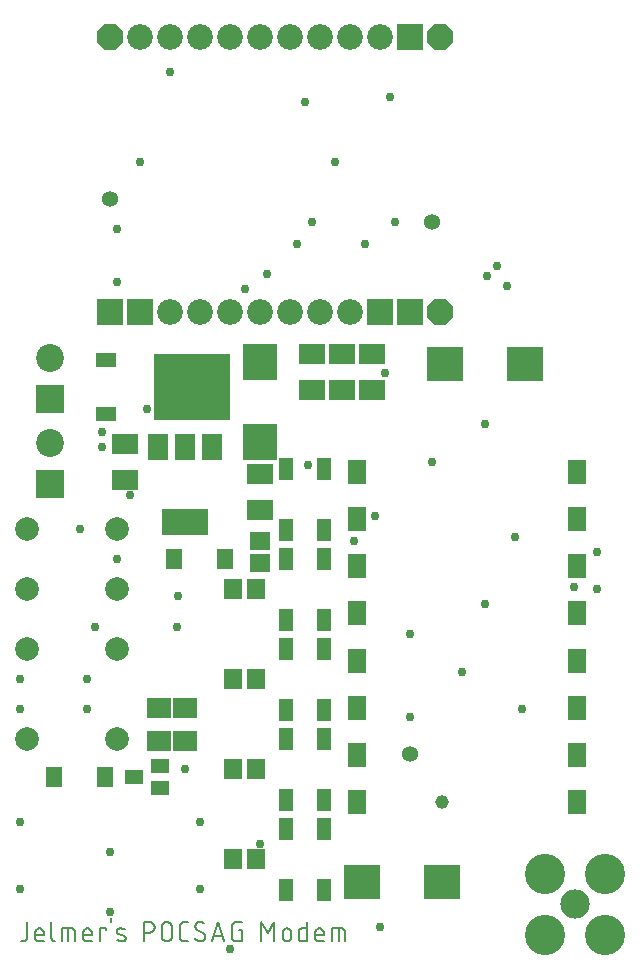
<source format=gbr>
G04 EAGLE Gerber RS-274X export*
G75*
%MOMM*%
%FSLAX34Y34*%
%LPD*%
%INSoldermask Top*%
%IPPOS*%
%AMOC8*
5,1,8,0,0,1.08239X$1,22.5*%
G01*
%ADD10C,0.152400*%
%ADD11R,2.203200X1.703200*%
%ADD12R,3.153200X2.903200*%
%ADD13R,1.503200X1.703200*%
%ADD14R,1.703200X1.503200*%
%ADD15R,2.903200X3.153200*%
%ADD16R,1.473200X1.673200*%
%ADD17R,1.203200X1.854200*%
%ADD18R,1.703200X2.203200*%
%ADD19R,4.003200X2.203200*%
%ADD20R,2.183200X2.183200*%
%ADD21C,2.183200*%
%ADD22P,2.363074X8X22.500000*%
%ADD23R,6.403200X5.603200*%
%ADD24R,1.803200X1.203200*%
%ADD25R,2.363200X2.363200*%
%ADD26C,2.363200*%
%ADD27C,2.003200*%
%ADD28R,2.006200X1.803200*%
%ADD29R,1.603200X1.203200*%
%ADD30R,1.603200X2.003200*%
%ADD31C,2.489200*%
%ADD32C,3.403600*%
%ADD33C,1.355600*%
%ADD34C,0.755600*%
%ADD35C,1.155600*%


D10*
X25231Y36068D02*
X25231Y23424D01*
X25230Y23424D02*
X25228Y23306D01*
X25222Y23188D01*
X25213Y23070D01*
X25199Y22953D01*
X25182Y22836D01*
X25161Y22719D01*
X25136Y22604D01*
X25107Y22489D01*
X25074Y22375D01*
X25038Y22263D01*
X24998Y22152D01*
X24955Y22042D01*
X24908Y21933D01*
X24858Y21826D01*
X24803Y21721D01*
X24746Y21618D01*
X24685Y21517D01*
X24621Y21417D01*
X24554Y21320D01*
X24484Y21225D01*
X24410Y21133D01*
X24334Y21042D01*
X24254Y20955D01*
X24172Y20870D01*
X24087Y20788D01*
X24000Y20708D01*
X23909Y20632D01*
X23817Y20558D01*
X23722Y20488D01*
X23625Y20421D01*
X23525Y20357D01*
X23424Y20296D01*
X23321Y20239D01*
X23216Y20184D01*
X23109Y20134D01*
X23000Y20087D01*
X22890Y20044D01*
X22779Y20004D01*
X22667Y19968D01*
X22553Y19935D01*
X22438Y19906D01*
X22323Y19881D01*
X22206Y19860D01*
X22089Y19843D01*
X21972Y19829D01*
X21854Y19820D01*
X21736Y19814D01*
X21618Y19812D01*
X19812Y19812D01*
X34868Y19812D02*
X39384Y19812D01*
X34868Y19812D02*
X34767Y19814D01*
X34666Y19820D01*
X34565Y19829D01*
X34464Y19842D01*
X34364Y19859D01*
X34265Y19880D01*
X34167Y19904D01*
X34070Y19932D01*
X33973Y19964D01*
X33878Y19999D01*
X33785Y20038D01*
X33693Y20080D01*
X33602Y20126D01*
X33514Y20175D01*
X33427Y20227D01*
X33342Y20283D01*
X33259Y20341D01*
X33179Y20403D01*
X33101Y20468D01*
X33025Y20535D01*
X32952Y20605D01*
X32882Y20678D01*
X32815Y20754D01*
X32750Y20832D01*
X32688Y20912D01*
X32630Y20995D01*
X32574Y21080D01*
X32522Y21166D01*
X32473Y21255D01*
X32427Y21346D01*
X32385Y21438D01*
X32346Y21531D01*
X32311Y21626D01*
X32279Y21723D01*
X32251Y21820D01*
X32227Y21918D01*
X32206Y22017D01*
X32189Y22117D01*
X32176Y22218D01*
X32167Y22319D01*
X32161Y22420D01*
X32159Y22521D01*
X32159Y27037D01*
X32161Y27156D01*
X32167Y27276D01*
X32177Y27395D01*
X32191Y27513D01*
X32208Y27632D01*
X32230Y27749D01*
X32255Y27866D01*
X32285Y27981D01*
X32318Y28096D01*
X32355Y28210D01*
X32395Y28322D01*
X32440Y28433D01*
X32488Y28542D01*
X32539Y28650D01*
X32594Y28756D01*
X32653Y28860D01*
X32715Y28962D01*
X32780Y29062D01*
X32849Y29160D01*
X32921Y29256D01*
X32996Y29349D01*
X33073Y29439D01*
X33154Y29527D01*
X33238Y29612D01*
X33325Y29694D01*
X33414Y29774D01*
X33506Y29850D01*
X33600Y29924D01*
X33697Y29994D01*
X33795Y30061D01*
X33896Y30125D01*
X34000Y30185D01*
X34105Y30242D01*
X34212Y30295D01*
X34320Y30345D01*
X34430Y30391D01*
X34542Y30433D01*
X34655Y30472D01*
X34769Y30507D01*
X34884Y30538D01*
X35001Y30566D01*
X35118Y30589D01*
X35235Y30609D01*
X35354Y30625D01*
X35473Y30637D01*
X35592Y30645D01*
X35711Y30649D01*
X35831Y30649D01*
X35950Y30645D01*
X36069Y30637D01*
X36188Y30625D01*
X36307Y30609D01*
X36424Y30589D01*
X36541Y30566D01*
X36658Y30538D01*
X36773Y30507D01*
X36887Y30472D01*
X37000Y30433D01*
X37112Y30391D01*
X37222Y30345D01*
X37330Y30295D01*
X37437Y30242D01*
X37542Y30185D01*
X37646Y30125D01*
X37747Y30061D01*
X37845Y29994D01*
X37942Y29924D01*
X38036Y29850D01*
X38128Y29774D01*
X38217Y29694D01*
X38304Y29612D01*
X38388Y29527D01*
X38469Y29439D01*
X38546Y29349D01*
X38621Y29256D01*
X38693Y29160D01*
X38762Y29062D01*
X38827Y28962D01*
X38889Y28860D01*
X38948Y28756D01*
X39003Y28650D01*
X39054Y28542D01*
X39102Y28433D01*
X39147Y28322D01*
X39187Y28210D01*
X39224Y28096D01*
X39257Y27981D01*
X39287Y27866D01*
X39312Y27749D01*
X39334Y27632D01*
X39351Y27513D01*
X39365Y27395D01*
X39375Y27276D01*
X39381Y27156D01*
X39383Y27037D01*
X39384Y27037D02*
X39384Y25231D01*
X32159Y25231D01*
X45943Y22521D02*
X45943Y36068D01*
X45943Y22521D02*
X45945Y22420D01*
X45951Y22319D01*
X45960Y22218D01*
X45973Y22117D01*
X45990Y22017D01*
X46011Y21918D01*
X46035Y21820D01*
X46063Y21723D01*
X46095Y21626D01*
X46130Y21531D01*
X46169Y21438D01*
X46211Y21346D01*
X46257Y21255D01*
X46306Y21166D01*
X46358Y21080D01*
X46414Y20995D01*
X46472Y20912D01*
X46534Y20832D01*
X46599Y20754D01*
X46666Y20678D01*
X46736Y20605D01*
X46809Y20535D01*
X46885Y20468D01*
X46963Y20403D01*
X47043Y20341D01*
X47126Y20283D01*
X47211Y20227D01*
X47298Y20175D01*
X47386Y20126D01*
X47477Y20080D01*
X47569Y20038D01*
X47662Y19999D01*
X47757Y19964D01*
X47854Y19932D01*
X47951Y19904D01*
X48049Y19880D01*
X48148Y19859D01*
X48248Y19842D01*
X48349Y19829D01*
X48450Y19820D01*
X48551Y19814D01*
X48652Y19812D01*
X54841Y19812D02*
X54841Y30649D01*
X62969Y30649D01*
X63070Y30647D01*
X63171Y30641D01*
X63272Y30632D01*
X63373Y30619D01*
X63473Y30602D01*
X63572Y30581D01*
X63670Y30557D01*
X63767Y30529D01*
X63864Y30497D01*
X63959Y30462D01*
X64052Y30423D01*
X64144Y30381D01*
X64235Y30335D01*
X64324Y30286D01*
X64410Y30234D01*
X64495Y30178D01*
X64578Y30120D01*
X64658Y30058D01*
X64736Y29993D01*
X64812Y29926D01*
X64885Y29856D01*
X64955Y29783D01*
X65022Y29707D01*
X65087Y29629D01*
X65149Y29549D01*
X65207Y29466D01*
X65263Y29381D01*
X65315Y29295D01*
X65364Y29206D01*
X65410Y29115D01*
X65452Y29023D01*
X65491Y28930D01*
X65526Y28835D01*
X65558Y28738D01*
X65586Y28641D01*
X65610Y28543D01*
X65631Y28444D01*
X65648Y28344D01*
X65661Y28243D01*
X65670Y28142D01*
X65676Y28041D01*
X65678Y27940D01*
X65679Y27940D02*
X65679Y19812D01*
X60260Y19812D02*
X60260Y30649D01*
X75509Y19812D02*
X80025Y19812D01*
X75509Y19812D02*
X75408Y19814D01*
X75307Y19820D01*
X75206Y19829D01*
X75105Y19842D01*
X75005Y19859D01*
X74906Y19880D01*
X74808Y19904D01*
X74711Y19932D01*
X74614Y19964D01*
X74519Y19999D01*
X74426Y20038D01*
X74334Y20080D01*
X74243Y20126D01*
X74155Y20175D01*
X74068Y20227D01*
X73983Y20283D01*
X73900Y20341D01*
X73820Y20403D01*
X73742Y20468D01*
X73666Y20535D01*
X73593Y20605D01*
X73523Y20678D01*
X73456Y20754D01*
X73391Y20832D01*
X73329Y20912D01*
X73271Y20995D01*
X73215Y21080D01*
X73163Y21166D01*
X73114Y21255D01*
X73068Y21346D01*
X73026Y21438D01*
X72987Y21531D01*
X72952Y21626D01*
X72920Y21723D01*
X72892Y21820D01*
X72868Y21918D01*
X72847Y22017D01*
X72830Y22117D01*
X72817Y22218D01*
X72808Y22319D01*
X72802Y22420D01*
X72800Y22521D01*
X72800Y27037D01*
X72802Y27156D01*
X72808Y27276D01*
X72818Y27395D01*
X72832Y27513D01*
X72849Y27632D01*
X72871Y27749D01*
X72896Y27866D01*
X72926Y27981D01*
X72959Y28096D01*
X72996Y28210D01*
X73036Y28322D01*
X73081Y28433D01*
X73129Y28542D01*
X73180Y28650D01*
X73235Y28756D01*
X73294Y28860D01*
X73356Y28962D01*
X73421Y29062D01*
X73490Y29160D01*
X73562Y29256D01*
X73637Y29349D01*
X73714Y29439D01*
X73795Y29527D01*
X73879Y29612D01*
X73966Y29694D01*
X74055Y29774D01*
X74147Y29850D01*
X74241Y29924D01*
X74338Y29994D01*
X74436Y30061D01*
X74537Y30125D01*
X74641Y30185D01*
X74746Y30242D01*
X74853Y30295D01*
X74961Y30345D01*
X75071Y30391D01*
X75183Y30433D01*
X75296Y30472D01*
X75410Y30507D01*
X75525Y30538D01*
X75642Y30566D01*
X75759Y30589D01*
X75876Y30609D01*
X75995Y30625D01*
X76114Y30637D01*
X76233Y30645D01*
X76352Y30649D01*
X76472Y30649D01*
X76591Y30645D01*
X76710Y30637D01*
X76829Y30625D01*
X76948Y30609D01*
X77065Y30589D01*
X77182Y30566D01*
X77299Y30538D01*
X77414Y30507D01*
X77528Y30472D01*
X77641Y30433D01*
X77753Y30391D01*
X77863Y30345D01*
X77971Y30295D01*
X78078Y30242D01*
X78183Y30185D01*
X78287Y30125D01*
X78388Y30061D01*
X78486Y29994D01*
X78583Y29924D01*
X78677Y29850D01*
X78769Y29774D01*
X78858Y29694D01*
X78945Y29612D01*
X79029Y29527D01*
X79110Y29439D01*
X79187Y29349D01*
X79262Y29256D01*
X79334Y29160D01*
X79403Y29062D01*
X79468Y28962D01*
X79530Y28860D01*
X79589Y28756D01*
X79644Y28650D01*
X79695Y28542D01*
X79743Y28433D01*
X79788Y28322D01*
X79828Y28210D01*
X79865Y28096D01*
X79898Y27981D01*
X79928Y27866D01*
X79953Y27749D01*
X79975Y27632D01*
X79992Y27513D01*
X80006Y27395D01*
X80016Y27276D01*
X80022Y27156D01*
X80024Y27037D01*
X80025Y27037D02*
X80025Y25231D01*
X72800Y25231D01*
X86953Y19812D02*
X86953Y30649D01*
X92372Y30649D01*
X92372Y28843D01*
X96212Y36068D02*
X96212Y39680D01*
X102812Y26134D02*
X107327Y24328D01*
X102812Y26134D02*
X102724Y26171D01*
X102638Y26212D01*
X102553Y26256D01*
X102470Y26304D01*
X102390Y26355D01*
X102311Y26409D01*
X102235Y26467D01*
X102161Y26527D01*
X102089Y26591D01*
X102021Y26657D01*
X101955Y26727D01*
X101892Y26798D01*
X101831Y26873D01*
X101774Y26949D01*
X101721Y27028D01*
X101670Y27109D01*
X101623Y27192D01*
X101579Y27277D01*
X101539Y27364D01*
X101502Y27452D01*
X101469Y27542D01*
X101439Y27633D01*
X101414Y27725D01*
X101392Y27818D01*
X101374Y27912D01*
X101359Y28006D01*
X101349Y28101D01*
X101343Y28197D01*
X101340Y28292D01*
X101341Y28388D01*
X101347Y28483D01*
X101356Y28579D01*
X101369Y28673D01*
X101385Y28767D01*
X101406Y28861D01*
X101431Y28953D01*
X101459Y29044D01*
X101491Y29134D01*
X101526Y29223D01*
X101565Y29310D01*
X101608Y29396D01*
X101654Y29480D01*
X101704Y29561D01*
X101756Y29641D01*
X101812Y29719D01*
X101872Y29794D01*
X101934Y29866D01*
X101999Y29936D01*
X102067Y30004D01*
X102137Y30068D01*
X102210Y30130D01*
X102286Y30188D01*
X102364Y30244D01*
X102444Y30296D01*
X102526Y30345D01*
X102610Y30390D01*
X102696Y30432D01*
X102783Y30471D01*
X102872Y30506D01*
X102963Y30537D01*
X103054Y30564D01*
X103147Y30588D01*
X103240Y30608D01*
X103334Y30624D01*
X103429Y30636D01*
X103524Y30645D01*
X103620Y30649D01*
X103715Y30650D01*
X103962Y30643D01*
X104208Y30631D01*
X104454Y30613D01*
X104700Y30588D01*
X104944Y30558D01*
X105188Y30522D01*
X105431Y30481D01*
X105673Y30433D01*
X105914Y30379D01*
X106153Y30320D01*
X106391Y30255D01*
X106627Y30184D01*
X106862Y30108D01*
X107095Y30026D01*
X107325Y29938D01*
X107553Y29845D01*
X107780Y29747D01*
X107328Y24327D02*
X107416Y24290D01*
X107502Y24249D01*
X107587Y24205D01*
X107670Y24157D01*
X107750Y24106D01*
X107829Y24052D01*
X107905Y23994D01*
X107979Y23934D01*
X108051Y23870D01*
X108119Y23804D01*
X108185Y23734D01*
X108248Y23663D01*
X108309Y23588D01*
X108366Y23512D01*
X108419Y23433D01*
X108470Y23352D01*
X108517Y23269D01*
X108561Y23184D01*
X108601Y23097D01*
X108638Y23009D01*
X108671Y22919D01*
X108701Y22828D01*
X108726Y22736D01*
X108748Y22643D01*
X108766Y22549D01*
X108781Y22455D01*
X108791Y22360D01*
X108797Y22264D01*
X108800Y22169D01*
X108799Y22073D01*
X108793Y21978D01*
X108784Y21882D01*
X108771Y21788D01*
X108755Y21694D01*
X108734Y21600D01*
X108709Y21508D01*
X108681Y21417D01*
X108649Y21327D01*
X108614Y21238D01*
X108575Y21151D01*
X108532Y21065D01*
X108486Y20981D01*
X108436Y20900D01*
X108384Y20820D01*
X108328Y20742D01*
X108268Y20667D01*
X108206Y20595D01*
X108141Y20525D01*
X108073Y20457D01*
X108003Y20393D01*
X107930Y20331D01*
X107854Y20273D01*
X107776Y20217D01*
X107696Y20165D01*
X107614Y20116D01*
X107530Y20071D01*
X107444Y20029D01*
X107357Y19990D01*
X107268Y19955D01*
X107177Y19924D01*
X107086Y19897D01*
X106993Y19873D01*
X106900Y19853D01*
X106806Y19837D01*
X106711Y19825D01*
X106616Y19816D01*
X106520Y19812D01*
X106425Y19811D01*
X106424Y19812D02*
X106062Y19821D01*
X105700Y19839D01*
X105339Y19866D01*
X104979Y19901D01*
X104619Y19944D01*
X104260Y19996D01*
X103903Y20057D01*
X103548Y20126D01*
X103194Y20203D01*
X102842Y20289D01*
X102492Y20383D01*
X102144Y20486D01*
X101799Y20596D01*
X101457Y20715D01*
X124212Y19812D02*
X124212Y36068D01*
X128727Y36068D01*
X128860Y36066D01*
X128992Y36060D01*
X129124Y36050D01*
X129256Y36037D01*
X129388Y36019D01*
X129518Y35998D01*
X129649Y35973D01*
X129778Y35944D01*
X129906Y35911D01*
X130034Y35875D01*
X130160Y35835D01*
X130285Y35791D01*
X130409Y35743D01*
X130531Y35692D01*
X130652Y35637D01*
X130771Y35579D01*
X130889Y35517D01*
X131004Y35452D01*
X131118Y35383D01*
X131229Y35312D01*
X131338Y35236D01*
X131445Y35158D01*
X131550Y35077D01*
X131652Y34992D01*
X131752Y34905D01*
X131849Y34815D01*
X131944Y34722D01*
X132035Y34626D01*
X132124Y34528D01*
X132210Y34427D01*
X132293Y34323D01*
X132373Y34217D01*
X132449Y34109D01*
X132523Y33999D01*
X132593Y33886D01*
X132660Y33772D01*
X132723Y33655D01*
X132783Y33537D01*
X132840Y33417D01*
X132893Y33295D01*
X132942Y33172D01*
X132988Y33048D01*
X133030Y32922D01*
X133068Y32795D01*
X133103Y32667D01*
X133134Y32538D01*
X133161Y32409D01*
X133184Y32278D01*
X133204Y32147D01*
X133219Y32015D01*
X133231Y31883D01*
X133239Y31751D01*
X133243Y31618D01*
X133243Y31486D01*
X133239Y31353D01*
X133231Y31221D01*
X133219Y31089D01*
X133204Y30957D01*
X133184Y30826D01*
X133161Y30695D01*
X133134Y30566D01*
X133103Y30437D01*
X133068Y30309D01*
X133030Y30182D01*
X132988Y30056D01*
X132942Y29932D01*
X132893Y29809D01*
X132840Y29687D01*
X132783Y29567D01*
X132723Y29449D01*
X132660Y29332D01*
X132593Y29218D01*
X132523Y29105D01*
X132449Y28995D01*
X132373Y28887D01*
X132293Y28781D01*
X132210Y28677D01*
X132124Y28576D01*
X132035Y28478D01*
X131944Y28382D01*
X131849Y28289D01*
X131752Y28199D01*
X131652Y28112D01*
X131550Y28027D01*
X131445Y27946D01*
X131338Y27868D01*
X131229Y27792D01*
X131118Y27721D01*
X131004Y27652D01*
X130889Y27587D01*
X130771Y27525D01*
X130652Y27467D01*
X130531Y27412D01*
X130409Y27361D01*
X130285Y27313D01*
X130160Y27269D01*
X130034Y27229D01*
X129906Y27193D01*
X129778Y27160D01*
X129649Y27131D01*
X129518Y27106D01*
X129388Y27085D01*
X129256Y27067D01*
X129124Y27054D01*
X128992Y27044D01*
X128860Y27038D01*
X128727Y27036D01*
X128727Y27037D02*
X124212Y27037D01*
X139111Y24328D02*
X139111Y31552D01*
X139113Y31685D01*
X139119Y31817D01*
X139129Y31949D01*
X139142Y32081D01*
X139160Y32213D01*
X139181Y32343D01*
X139206Y32474D01*
X139235Y32603D01*
X139268Y32731D01*
X139304Y32859D01*
X139344Y32985D01*
X139388Y33110D01*
X139436Y33234D01*
X139487Y33356D01*
X139542Y33477D01*
X139600Y33596D01*
X139662Y33714D01*
X139727Y33829D01*
X139796Y33943D01*
X139867Y34054D01*
X139943Y34163D01*
X140021Y34270D01*
X140102Y34375D01*
X140187Y34477D01*
X140274Y34577D01*
X140364Y34674D01*
X140457Y34769D01*
X140553Y34860D01*
X140651Y34949D01*
X140752Y35035D01*
X140856Y35118D01*
X140962Y35198D01*
X141070Y35274D01*
X141180Y35348D01*
X141293Y35418D01*
X141407Y35485D01*
X141524Y35548D01*
X141642Y35608D01*
X141762Y35665D01*
X141884Y35718D01*
X142007Y35767D01*
X142131Y35813D01*
X142257Y35855D01*
X142384Y35893D01*
X142512Y35928D01*
X142641Y35959D01*
X142770Y35986D01*
X142901Y36009D01*
X143032Y36029D01*
X143164Y36044D01*
X143296Y36056D01*
X143428Y36064D01*
X143561Y36068D01*
X143693Y36068D01*
X143826Y36064D01*
X143958Y36056D01*
X144090Y36044D01*
X144222Y36029D01*
X144353Y36009D01*
X144484Y35986D01*
X144613Y35959D01*
X144742Y35928D01*
X144870Y35893D01*
X144997Y35855D01*
X145123Y35813D01*
X145247Y35767D01*
X145370Y35718D01*
X145492Y35665D01*
X145612Y35608D01*
X145730Y35548D01*
X145847Y35485D01*
X145961Y35418D01*
X146074Y35348D01*
X146184Y35274D01*
X146292Y35198D01*
X146398Y35118D01*
X146502Y35035D01*
X146603Y34949D01*
X146701Y34860D01*
X146797Y34769D01*
X146890Y34674D01*
X146980Y34577D01*
X147067Y34477D01*
X147152Y34375D01*
X147233Y34270D01*
X147311Y34163D01*
X147387Y34054D01*
X147458Y33943D01*
X147527Y33829D01*
X147592Y33714D01*
X147654Y33596D01*
X147712Y33477D01*
X147767Y33356D01*
X147818Y33234D01*
X147866Y33110D01*
X147910Y32985D01*
X147950Y32859D01*
X147986Y32731D01*
X148019Y32603D01*
X148048Y32474D01*
X148073Y32343D01*
X148094Y32213D01*
X148112Y32081D01*
X148125Y31949D01*
X148135Y31817D01*
X148141Y31685D01*
X148143Y31552D01*
X148142Y31552D02*
X148142Y24328D01*
X148143Y24328D02*
X148141Y24195D01*
X148135Y24063D01*
X148125Y23931D01*
X148112Y23799D01*
X148094Y23667D01*
X148073Y23537D01*
X148048Y23406D01*
X148019Y23277D01*
X147986Y23149D01*
X147950Y23021D01*
X147910Y22895D01*
X147866Y22770D01*
X147818Y22646D01*
X147767Y22524D01*
X147712Y22403D01*
X147654Y22284D01*
X147592Y22166D01*
X147527Y22051D01*
X147458Y21937D01*
X147387Y21826D01*
X147311Y21717D01*
X147233Y21610D01*
X147152Y21505D01*
X147067Y21403D01*
X146980Y21303D01*
X146890Y21206D01*
X146797Y21111D01*
X146701Y21020D01*
X146603Y20931D01*
X146502Y20845D01*
X146398Y20762D01*
X146292Y20682D01*
X146184Y20606D01*
X146074Y20532D01*
X145961Y20462D01*
X145847Y20395D01*
X145730Y20332D01*
X145612Y20272D01*
X145492Y20215D01*
X145370Y20162D01*
X145247Y20113D01*
X145123Y20067D01*
X144997Y20025D01*
X144870Y19987D01*
X144742Y19952D01*
X144613Y19921D01*
X144484Y19894D01*
X144353Y19871D01*
X144222Y19851D01*
X144090Y19836D01*
X143958Y19824D01*
X143826Y19816D01*
X143693Y19812D01*
X143561Y19812D01*
X143428Y19816D01*
X143296Y19824D01*
X143164Y19836D01*
X143032Y19851D01*
X142901Y19871D01*
X142770Y19894D01*
X142641Y19921D01*
X142512Y19952D01*
X142384Y19987D01*
X142257Y20025D01*
X142131Y20067D01*
X142007Y20113D01*
X141884Y20162D01*
X141762Y20215D01*
X141642Y20272D01*
X141524Y20332D01*
X141407Y20395D01*
X141293Y20462D01*
X141180Y20532D01*
X141070Y20606D01*
X140962Y20682D01*
X140856Y20762D01*
X140752Y20845D01*
X140651Y20931D01*
X140553Y21020D01*
X140457Y21111D01*
X140364Y21206D01*
X140274Y21303D01*
X140187Y21403D01*
X140102Y21505D01*
X140021Y21610D01*
X139943Y21717D01*
X139867Y21826D01*
X139796Y21937D01*
X139727Y22051D01*
X139662Y22166D01*
X139600Y22284D01*
X139542Y22403D01*
X139487Y22524D01*
X139436Y22646D01*
X139388Y22770D01*
X139344Y22895D01*
X139304Y23021D01*
X139268Y23149D01*
X139235Y23277D01*
X139206Y23406D01*
X139181Y23537D01*
X139160Y23667D01*
X139142Y23799D01*
X139129Y23931D01*
X139119Y24063D01*
X139113Y24195D01*
X139111Y24328D01*
X158315Y19812D02*
X161928Y19812D01*
X158315Y19812D02*
X158197Y19814D01*
X158079Y19820D01*
X157961Y19829D01*
X157844Y19843D01*
X157727Y19860D01*
X157610Y19881D01*
X157495Y19906D01*
X157380Y19935D01*
X157266Y19968D01*
X157154Y20004D01*
X157043Y20044D01*
X156933Y20087D01*
X156824Y20134D01*
X156717Y20184D01*
X156612Y20239D01*
X156509Y20296D01*
X156408Y20357D01*
X156308Y20421D01*
X156211Y20488D01*
X156116Y20558D01*
X156024Y20632D01*
X155933Y20708D01*
X155846Y20788D01*
X155761Y20870D01*
X155679Y20955D01*
X155599Y21042D01*
X155523Y21133D01*
X155449Y21225D01*
X155379Y21320D01*
X155312Y21417D01*
X155248Y21517D01*
X155187Y21618D01*
X155130Y21721D01*
X155075Y21826D01*
X155025Y21933D01*
X154978Y22042D01*
X154935Y22152D01*
X154895Y22263D01*
X154859Y22375D01*
X154826Y22489D01*
X154797Y22604D01*
X154772Y22719D01*
X154751Y22836D01*
X154734Y22953D01*
X154720Y23070D01*
X154711Y23188D01*
X154705Y23306D01*
X154703Y23424D01*
X154703Y32456D01*
X154705Y32574D01*
X154711Y32692D01*
X154720Y32810D01*
X154734Y32927D01*
X154751Y33044D01*
X154772Y33161D01*
X154797Y33276D01*
X154826Y33391D01*
X154859Y33505D01*
X154895Y33617D01*
X154935Y33728D01*
X154978Y33838D01*
X155025Y33947D01*
X155075Y34054D01*
X155129Y34159D01*
X155187Y34262D01*
X155248Y34363D01*
X155312Y34463D01*
X155379Y34560D01*
X155449Y34655D01*
X155523Y34747D01*
X155599Y34838D01*
X155679Y34925D01*
X155761Y35010D01*
X155846Y35092D01*
X155933Y35172D01*
X156024Y35248D01*
X156116Y35322D01*
X156211Y35392D01*
X156308Y35459D01*
X156408Y35523D01*
X156509Y35584D01*
X156612Y35641D01*
X156717Y35695D01*
X156824Y35746D01*
X156933Y35793D01*
X157043Y35836D01*
X157154Y35876D01*
X157266Y35912D01*
X157380Y35945D01*
X157495Y35974D01*
X157610Y35999D01*
X157727Y36020D01*
X157844Y36037D01*
X157961Y36051D01*
X158079Y36060D01*
X158197Y36066D01*
X158315Y36068D01*
X161928Y36068D01*
X176278Y23424D02*
X176276Y23306D01*
X176270Y23188D01*
X176261Y23070D01*
X176247Y22953D01*
X176230Y22836D01*
X176209Y22719D01*
X176184Y22604D01*
X176155Y22489D01*
X176122Y22375D01*
X176086Y22263D01*
X176046Y22152D01*
X176003Y22042D01*
X175956Y21933D01*
X175906Y21826D01*
X175851Y21721D01*
X175794Y21618D01*
X175733Y21517D01*
X175669Y21417D01*
X175602Y21320D01*
X175532Y21225D01*
X175458Y21133D01*
X175382Y21042D01*
X175302Y20955D01*
X175220Y20870D01*
X175135Y20788D01*
X175048Y20708D01*
X174957Y20632D01*
X174865Y20558D01*
X174770Y20488D01*
X174673Y20421D01*
X174573Y20357D01*
X174472Y20296D01*
X174369Y20239D01*
X174264Y20184D01*
X174157Y20134D01*
X174048Y20087D01*
X173938Y20044D01*
X173827Y20004D01*
X173715Y19968D01*
X173601Y19935D01*
X173486Y19906D01*
X173371Y19881D01*
X173254Y19860D01*
X173137Y19843D01*
X173020Y19829D01*
X172902Y19820D01*
X172784Y19814D01*
X172666Y19812D01*
X172483Y19814D01*
X172301Y19821D01*
X172119Y19832D01*
X171937Y19847D01*
X171755Y19867D01*
X171574Y19890D01*
X171394Y19919D01*
X171214Y19951D01*
X171035Y19988D01*
X170858Y20029D01*
X170681Y20075D01*
X170505Y20124D01*
X170331Y20178D01*
X170157Y20236D01*
X169986Y20298D01*
X169816Y20364D01*
X169647Y20435D01*
X169480Y20509D01*
X169315Y20587D01*
X169152Y20669D01*
X168991Y20755D01*
X168832Y20845D01*
X168675Y20939D01*
X168521Y21036D01*
X168369Y21137D01*
X168219Y21242D01*
X168072Y21350D01*
X167928Y21461D01*
X167786Y21576D01*
X167647Y21695D01*
X167511Y21817D01*
X167378Y21942D01*
X167248Y22070D01*
X167699Y32456D02*
X167701Y32574D01*
X167707Y32692D01*
X167716Y32810D01*
X167730Y32927D01*
X167747Y33044D01*
X167768Y33161D01*
X167793Y33276D01*
X167822Y33391D01*
X167855Y33505D01*
X167891Y33617D01*
X167931Y33728D01*
X167974Y33838D01*
X168021Y33947D01*
X168071Y34054D01*
X168126Y34159D01*
X168183Y34262D01*
X168244Y34363D01*
X168308Y34463D01*
X168375Y34560D01*
X168445Y34655D01*
X168519Y34747D01*
X168595Y34838D01*
X168675Y34925D01*
X168757Y35010D01*
X168842Y35092D01*
X168929Y35172D01*
X169020Y35248D01*
X169112Y35322D01*
X169207Y35392D01*
X169304Y35459D01*
X169404Y35523D01*
X169505Y35584D01*
X169608Y35642D01*
X169713Y35696D01*
X169820Y35746D01*
X169929Y35793D01*
X170039Y35837D01*
X170150Y35876D01*
X170263Y35912D01*
X170376Y35945D01*
X170491Y35974D01*
X170606Y35999D01*
X170723Y36020D01*
X170840Y36037D01*
X170957Y36051D01*
X171075Y36060D01*
X171193Y36066D01*
X171311Y36068D01*
X171472Y36066D01*
X171634Y36060D01*
X171795Y36051D01*
X171956Y36037D01*
X172116Y36020D01*
X172276Y35999D01*
X172436Y35974D01*
X172595Y35945D01*
X172753Y35913D01*
X172910Y35877D01*
X173066Y35837D01*
X173222Y35793D01*
X173376Y35745D01*
X173529Y35694D01*
X173681Y35640D01*
X173832Y35581D01*
X173981Y35520D01*
X174128Y35454D01*
X174274Y35385D01*
X174419Y35313D01*
X174561Y35237D01*
X174702Y35158D01*
X174841Y35076D01*
X174977Y34990D01*
X175112Y34901D01*
X175245Y34809D01*
X175375Y34713D01*
X169505Y29295D02*
X169404Y29357D01*
X169304Y29422D01*
X169207Y29491D01*
X169112Y29563D01*
X169019Y29637D01*
X168929Y29715D01*
X168841Y29796D01*
X168756Y29879D01*
X168674Y29965D01*
X168595Y30054D01*
X168518Y30145D01*
X168445Y30239D01*
X168374Y30335D01*
X168307Y30433D01*
X168243Y30533D01*
X168182Y30636D01*
X168125Y30740D01*
X168071Y30846D01*
X168021Y30954D01*
X167974Y31063D01*
X167930Y31174D01*
X167890Y31286D01*
X167854Y31400D01*
X167822Y31514D01*
X167793Y31630D01*
X167768Y31746D01*
X167747Y31863D01*
X167730Y31981D01*
X167716Y32099D01*
X167707Y32218D01*
X167701Y32337D01*
X167699Y32456D01*
X174473Y26585D02*
X174574Y26523D01*
X174674Y26458D01*
X174771Y26389D01*
X174866Y26317D01*
X174959Y26243D01*
X175049Y26165D01*
X175137Y26084D01*
X175222Y26001D01*
X175304Y25915D01*
X175383Y25826D01*
X175460Y25735D01*
X175533Y25641D01*
X175604Y25545D01*
X175671Y25447D01*
X175735Y25347D01*
X175796Y25244D01*
X175853Y25140D01*
X175907Y25034D01*
X175957Y24926D01*
X176004Y24817D01*
X176048Y24706D01*
X176088Y24594D01*
X176124Y24480D01*
X176156Y24366D01*
X176185Y24250D01*
X176210Y24134D01*
X176231Y24017D01*
X176248Y23899D01*
X176262Y23781D01*
X176271Y23662D01*
X176277Y23543D01*
X176279Y23424D01*
X174472Y26585D02*
X169505Y29295D01*
X181454Y19812D02*
X186873Y36068D01*
X192292Y19812D01*
X190937Y23876D02*
X182809Y23876D01*
X204832Y28843D02*
X207541Y28843D01*
X207541Y19812D01*
X202122Y19812D01*
X202004Y19814D01*
X201886Y19820D01*
X201768Y19829D01*
X201651Y19843D01*
X201534Y19860D01*
X201417Y19881D01*
X201302Y19906D01*
X201187Y19935D01*
X201073Y19968D01*
X200961Y20004D01*
X200850Y20044D01*
X200740Y20087D01*
X200631Y20134D01*
X200524Y20184D01*
X200419Y20239D01*
X200316Y20296D01*
X200215Y20357D01*
X200115Y20421D01*
X200018Y20488D01*
X199923Y20558D01*
X199831Y20632D01*
X199740Y20708D01*
X199653Y20788D01*
X199568Y20870D01*
X199486Y20955D01*
X199406Y21042D01*
X199330Y21133D01*
X199256Y21225D01*
X199186Y21320D01*
X199119Y21417D01*
X199055Y21517D01*
X198994Y21618D01*
X198937Y21721D01*
X198882Y21826D01*
X198832Y21933D01*
X198785Y22042D01*
X198742Y22152D01*
X198702Y22263D01*
X198666Y22375D01*
X198633Y22489D01*
X198604Y22604D01*
X198579Y22719D01*
X198558Y22836D01*
X198541Y22953D01*
X198527Y23070D01*
X198518Y23188D01*
X198512Y23306D01*
X198510Y23424D01*
X198510Y32456D01*
X198512Y32574D01*
X198518Y32692D01*
X198527Y32810D01*
X198541Y32927D01*
X198558Y33044D01*
X198579Y33161D01*
X198604Y33276D01*
X198633Y33391D01*
X198666Y33505D01*
X198702Y33617D01*
X198742Y33728D01*
X198785Y33838D01*
X198832Y33947D01*
X198882Y34054D01*
X198936Y34159D01*
X198994Y34262D01*
X199055Y34363D01*
X199119Y34463D01*
X199186Y34560D01*
X199256Y34655D01*
X199330Y34747D01*
X199406Y34838D01*
X199486Y34925D01*
X199568Y35010D01*
X199653Y35092D01*
X199740Y35172D01*
X199831Y35248D01*
X199923Y35322D01*
X200018Y35392D01*
X200115Y35459D01*
X200215Y35523D01*
X200316Y35584D01*
X200419Y35641D01*
X200524Y35695D01*
X200631Y35746D01*
X200740Y35793D01*
X200850Y35836D01*
X200961Y35876D01*
X201073Y35912D01*
X201187Y35945D01*
X201302Y35974D01*
X201417Y35999D01*
X201534Y36020D01*
X201651Y36037D01*
X201768Y36051D01*
X201886Y36060D01*
X202004Y36066D01*
X202122Y36068D01*
X207541Y36068D01*
X223659Y36068D02*
X223659Y19812D01*
X229077Y27037D02*
X223659Y36068D01*
X229077Y27037D02*
X234496Y36068D01*
X234496Y19812D01*
X241617Y23424D02*
X241617Y27037D01*
X241618Y27037D02*
X241620Y27156D01*
X241626Y27276D01*
X241636Y27395D01*
X241650Y27513D01*
X241667Y27632D01*
X241689Y27749D01*
X241714Y27866D01*
X241744Y27981D01*
X241777Y28096D01*
X241814Y28210D01*
X241854Y28322D01*
X241899Y28433D01*
X241947Y28542D01*
X241998Y28650D01*
X242053Y28756D01*
X242112Y28860D01*
X242174Y28962D01*
X242239Y29062D01*
X242308Y29160D01*
X242380Y29256D01*
X242455Y29349D01*
X242532Y29439D01*
X242613Y29527D01*
X242697Y29612D01*
X242784Y29694D01*
X242873Y29774D01*
X242965Y29850D01*
X243059Y29924D01*
X243156Y29994D01*
X243254Y30061D01*
X243355Y30125D01*
X243459Y30185D01*
X243564Y30242D01*
X243671Y30295D01*
X243779Y30345D01*
X243889Y30391D01*
X244001Y30433D01*
X244114Y30472D01*
X244228Y30507D01*
X244343Y30538D01*
X244460Y30566D01*
X244577Y30589D01*
X244694Y30609D01*
X244813Y30625D01*
X244932Y30637D01*
X245051Y30645D01*
X245170Y30649D01*
X245290Y30649D01*
X245409Y30645D01*
X245528Y30637D01*
X245647Y30625D01*
X245766Y30609D01*
X245883Y30589D01*
X246000Y30566D01*
X246117Y30538D01*
X246232Y30507D01*
X246346Y30472D01*
X246459Y30433D01*
X246571Y30391D01*
X246681Y30345D01*
X246789Y30295D01*
X246896Y30242D01*
X247001Y30185D01*
X247105Y30125D01*
X247206Y30061D01*
X247304Y29994D01*
X247401Y29924D01*
X247495Y29850D01*
X247587Y29774D01*
X247676Y29694D01*
X247763Y29612D01*
X247847Y29527D01*
X247928Y29439D01*
X248005Y29349D01*
X248080Y29256D01*
X248152Y29160D01*
X248221Y29062D01*
X248286Y28962D01*
X248348Y28860D01*
X248407Y28756D01*
X248462Y28650D01*
X248513Y28542D01*
X248561Y28433D01*
X248606Y28322D01*
X248646Y28210D01*
X248683Y28096D01*
X248716Y27981D01*
X248746Y27866D01*
X248771Y27749D01*
X248793Y27632D01*
X248810Y27513D01*
X248824Y27395D01*
X248834Y27276D01*
X248840Y27156D01*
X248842Y27037D01*
X248842Y23424D01*
X248840Y23305D01*
X248834Y23185D01*
X248824Y23066D01*
X248810Y22948D01*
X248793Y22829D01*
X248771Y22712D01*
X248746Y22595D01*
X248716Y22480D01*
X248683Y22365D01*
X248646Y22251D01*
X248606Y22139D01*
X248561Y22028D01*
X248513Y21919D01*
X248462Y21811D01*
X248407Y21705D01*
X248348Y21601D01*
X248286Y21499D01*
X248221Y21399D01*
X248152Y21301D01*
X248080Y21205D01*
X248005Y21112D01*
X247928Y21022D01*
X247847Y20934D01*
X247763Y20849D01*
X247676Y20767D01*
X247587Y20687D01*
X247495Y20611D01*
X247401Y20537D01*
X247304Y20467D01*
X247206Y20400D01*
X247105Y20336D01*
X247001Y20276D01*
X246896Y20219D01*
X246789Y20166D01*
X246681Y20116D01*
X246571Y20070D01*
X246459Y20028D01*
X246346Y19989D01*
X246232Y19954D01*
X246117Y19923D01*
X246000Y19895D01*
X245883Y19872D01*
X245766Y19852D01*
X245647Y19836D01*
X245528Y19824D01*
X245409Y19816D01*
X245290Y19812D01*
X245170Y19812D01*
X245051Y19816D01*
X244932Y19824D01*
X244813Y19836D01*
X244694Y19852D01*
X244577Y19872D01*
X244460Y19895D01*
X244343Y19923D01*
X244228Y19954D01*
X244114Y19989D01*
X244001Y20028D01*
X243889Y20070D01*
X243779Y20116D01*
X243671Y20166D01*
X243564Y20219D01*
X243459Y20276D01*
X243355Y20336D01*
X243254Y20400D01*
X243156Y20467D01*
X243059Y20537D01*
X242965Y20611D01*
X242873Y20687D01*
X242784Y20767D01*
X242697Y20849D01*
X242613Y20934D01*
X242532Y21022D01*
X242455Y21112D01*
X242380Y21205D01*
X242308Y21301D01*
X242239Y21399D01*
X242174Y21499D01*
X242112Y21601D01*
X242053Y21705D01*
X241998Y21811D01*
X241947Y21919D01*
X241899Y22028D01*
X241854Y22139D01*
X241814Y22251D01*
X241777Y22365D01*
X241744Y22480D01*
X241714Y22595D01*
X241689Y22712D01*
X241667Y22829D01*
X241650Y22948D01*
X241636Y23066D01*
X241626Y23185D01*
X241620Y23305D01*
X241618Y23424D01*
X262316Y19812D02*
X262316Y36068D01*
X262316Y19812D02*
X257800Y19812D01*
X257699Y19814D01*
X257598Y19820D01*
X257497Y19829D01*
X257396Y19842D01*
X257296Y19859D01*
X257197Y19880D01*
X257099Y19904D01*
X257002Y19932D01*
X256905Y19964D01*
X256810Y19999D01*
X256717Y20038D01*
X256625Y20080D01*
X256534Y20126D01*
X256446Y20175D01*
X256359Y20227D01*
X256274Y20283D01*
X256191Y20341D01*
X256111Y20403D01*
X256033Y20468D01*
X255957Y20535D01*
X255884Y20605D01*
X255814Y20678D01*
X255747Y20754D01*
X255682Y20832D01*
X255620Y20912D01*
X255562Y20995D01*
X255506Y21080D01*
X255454Y21166D01*
X255405Y21255D01*
X255359Y21346D01*
X255317Y21438D01*
X255278Y21531D01*
X255243Y21626D01*
X255211Y21723D01*
X255183Y21820D01*
X255159Y21918D01*
X255138Y22017D01*
X255121Y22117D01*
X255108Y22218D01*
X255099Y22319D01*
X255093Y22420D01*
X255091Y22521D01*
X255091Y27940D01*
X255093Y28041D01*
X255099Y28142D01*
X255108Y28243D01*
X255121Y28344D01*
X255138Y28444D01*
X255159Y28543D01*
X255183Y28641D01*
X255211Y28738D01*
X255243Y28835D01*
X255278Y28930D01*
X255317Y29023D01*
X255359Y29115D01*
X255405Y29206D01*
X255454Y29294D01*
X255506Y29381D01*
X255562Y29466D01*
X255620Y29549D01*
X255682Y29629D01*
X255747Y29707D01*
X255814Y29783D01*
X255884Y29856D01*
X255957Y29926D01*
X256033Y29993D01*
X256111Y30058D01*
X256191Y30120D01*
X256274Y30178D01*
X256359Y30234D01*
X256446Y30286D01*
X256534Y30335D01*
X256625Y30381D01*
X256717Y30423D01*
X256810Y30462D01*
X256905Y30497D01*
X257002Y30529D01*
X257099Y30557D01*
X257197Y30581D01*
X257296Y30602D01*
X257396Y30619D01*
X257497Y30632D01*
X257598Y30641D01*
X257699Y30647D01*
X257800Y30649D01*
X262316Y30649D01*
X271942Y19812D02*
X276457Y19812D01*
X271942Y19812D02*
X271841Y19814D01*
X271740Y19820D01*
X271639Y19829D01*
X271538Y19842D01*
X271438Y19859D01*
X271339Y19880D01*
X271241Y19904D01*
X271144Y19932D01*
X271047Y19964D01*
X270952Y19999D01*
X270859Y20038D01*
X270767Y20080D01*
X270676Y20126D01*
X270588Y20175D01*
X270501Y20227D01*
X270416Y20283D01*
X270333Y20341D01*
X270253Y20403D01*
X270175Y20468D01*
X270099Y20535D01*
X270026Y20605D01*
X269956Y20678D01*
X269889Y20754D01*
X269824Y20832D01*
X269762Y20912D01*
X269704Y20995D01*
X269648Y21080D01*
X269596Y21166D01*
X269547Y21255D01*
X269501Y21346D01*
X269459Y21438D01*
X269420Y21531D01*
X269385Y21626D01*
X269353Y21723D01*
X269325Y21820D01*
X269301Y21918D01*
X269280Y22017D01*
X269263Y22117D01*
X269250Y22218D01*
X269241Y22319D01*
X269235Y22420D01*
X269233Y22521D01*
X269232Y22521D02*
X269232Y27037D01*
X269233Y27037D02*
X269235Y27156D01*
X269241Y27276D01*
X269251Y27395D01*
X269265Y27513D01*
X269282Y27632D01*
X269304Y27749D01*
X269329Y27866D01*
X269359Y27981D01*
X269392Y28096D01*
X269429Y28210D01*
X269469Y28322D01*
X269514Y28433D01*
X269562Y28542D01*
X269613Y28650D01*
X269668Y28756D01*
X269727Y28860D01*
X269789Y28962D01*
X269854Y29062D01*
X269923Y29160D01*
X269995Y29256D01*
X270070Y29349D01*
X270147Y29439D01*
X270228Y29527D01*
X270312Y29612D01*
X270399Y29694D01*
X270488Y29774D01*
X270580Y29850D01*
X270674Y29924D01*
X270771Y29994D01*
X270869Y30061D01*
X270970Y30125D01*
X271074Y30185D01*
X271179Y30242D01*
X271286Y30295D01*
X271394Y30345D01*
X271504Y30391D01*
X271616Y30433D01*
X271729Y30472D01*
X271843Y30507D01*
X271958Y30538D01*
X272075Y30566D01*
X272192Y30589D01*
X272309Y30609D01*
X272428Y30625D01*
X272547Y30637D01*
X272666Y30645D01*
X272785Y30649D01*
X272905Y30649D01*
X273024Y30645D01*
X273143Y30637D01*
X273262Y30625D01*
X273381Y30609D01*
X273498Y30589D01*
X273615Y30566D01*
X273732Y30538D01*
X273847Y30507D01*
X273961Y30472D01*
X274074Y30433D01*
X274186Y30391D01*
X274296Y30345D01*
X274404Y30295D01*
X274511Y30242D01*
X274616Y30185D01*
X274720Y30125D01*
X274821Y30061D01*
X274919Y29994D01*
X275016Y29924D01*
X275110Y29850D01*
X275202Y29774D01*
X275291Y29694D01*
X275378Y29612D01*
X275462Y29527D01*
X275543Y29439D01*
X275620Y29349D01*
X275695Y29256D01*
X275767Y29160D01*
X275836Y29062D01*
X275901Y28962D01*
X275963Y28860D01*
X276022Y28756D01*
X276077Y28650D01*
X276128Y28542D01*
X276176Y28433D01*
X276221Y28322D01*
X276261Y28210D01*
X276298Y28096D01*
X276331Y27981D01*
X276361Y27866D01*
X276386Y27749D01*
X276408Y27632D01*
X276425Y27513D01*
X276439Y27395D01*
X276449Y27276D01*
X276455Y27156D01*
X276457Y27037D01*
X276457Y25231D01*
X269232Y25231D01*
X283578Y19812D02*
X283578Y30649D01*
X291706Y30649D01*
X291807Y30647D01*
X291908Y30641D01*
X292009Y30632D01*
X292110Y30619D01*
X292210Y30602D01*
X292309Y30581D01*
X292407Y30557D01*
X292504Y30529D01*
X292601Y30497D01*
X292696Y30462D01*
X292789Y30423D01*
X292881Y30381D01*
X292972Y30335D01*
X293061Y30286D01*
X293147Y30234D01*
X293232Y30178D01*
X293315Y30120D01*
X293395Y30058D01*
X293473Y29993D01*
X293549Y29926D01*
X293622Y29856D01*
X293692Y29783D01*
X293759Y29707D01*
X293824Y29629D01*
X293886Y29549D01*
X293944Y29466D01*
X294000Y29381D01*
X294052Y29295D01*
X294101Y29206D01*
X294147Y29115D01*
X294189Y29023D01*
X294228Y28930D01*
X294263Y28835D01*
X294295Y28738D01*
X294323Y28641D01*
X294347Y28543D01*
X294368Y28444D01*
X294385Y28344D01*
X294398Y28243D01*
X294407Y28142D01*
X294413Y28041D01*
X294415Y27940D01*
X294416Y27940D02*
X294416Y19812D01*
X288997Y19812D02*
X288997Y30649D01*
D11*
X317500Y516650D03*
X317500Y486650D03*
X292100Y516650D03*
X292100Y486650D03*
X266700Y516650D03*
X266700Y486650D03*
D12*
X376650Y69850D03*
X309150Y69850D03*
X446500Y508000D03*
X379000Y508000D03*
D13*
X200050Y241300D03*
X219050Y241300D03*
X200050Y165100D03*
X219050Y165100D03*
X200050Y88900D03*
X219050Y88900D03*
D14*
X222250Y358750D03*
X222250Y339750D03*
D13*
X200050Y317500D03*
X219050Y317500D03*
D11*
X222250Y385050D03*
X222250Y415050D03*
X107950Y440450D03*
X107950Y410450D03*
D15*
X222250Y510000D03*
X222250Y442500D03*
D16*
X48350Y158750D03*
X91350Y158750D03*
D17*
X244350Y291730D03*
X244350Y343270D03*
X276350Y343270D03*
X276350Y291730D03*
X244350Y367930D03*
X244350Y419470D03*
X276350Y419470D03*
X276350Y367930D03*
X244350Y215530D03*
X244350Y267070D03*
X276350Y267070D03*
X276350Y215530D03*
X244350Y139330D03*
X244350Y190870D03*
X276350Y190870D03*
X276350Y139330D03*
X244350Y63130D03*
X244350Y114670D03*
X276350Y114670D03*
X276350Y63130D03*
D16*
X149950Y342900D03*
X192950Y342900D03*
D18*
X181750Y437900D03*
X158750Y437900D03*
X135750Y437900D03*
D19*
X158750Y374900D03*
D20*
X95250Y552450D03*
X120650Y552450D03*
D21*
X146050Y552450D03*
X171450Y552450D03*
X196850Y552450D03*
X222250Y552450D03*
X247650Y552450D03*
X273050Y552450D03*
X298450Y552450D03*
D20*
X323850Y552450D03*
X349250Y552450D03*
D22*
X374650Y552450D03*
X95250Y785450D03*
D21*
X120650Y785450D03*
X146050Y785450D03*
X171450Y785450D03*
X196850Y785450D03*
X222250Y785450D03*
X247650Y785450D03*
X273050Y785450D03*
X298450Y785450D03*
X323850Y785450D03*
D20*
X349250Y785450D03*
D22*
X374650Y785450D03*
D23*
X164700Y488950D03*
D24*
X91700Y511750D03*
X91700Y466150D03*
D25*
X44550Y478600D03*
D26*
X44550Y513600D03*
D25*
X44450Y406400D03*
D26*
X44450Y441400D03*
D27*
X101600Y190500D03*
X101600Y266700D03*
X101600Y317500D03*
X101600Y368300D03*
X25400Y368300D03*
X25400Y317500D03*
X25400Y266700D03*
X25400Y190500D03*
D28*
X158750Y188980D03*
X158750Y217420D03*
X136700Y217420D03*
X136700Y188980D03*
D29*
X116000Y158750D03*
X138000Y168250D03*
X138000Y149250D03*
D30*
X490650Y417250D03*
X490650Y377250D03*
X490650Y337250D03*
X490650Y297250D03*
X490650Y257250D03*
X490650Y217250D03*
X490650Y177250D03*
X490650Y137250D03*
X304650Y417250D03*
X304650Y377250D03*
X304650Y337250D03*
X304650Y297250D03*
X304650Y257250D03*
X304650Y217250D03*
X304650Y177250D03*
X304650Y137250D03*
D31*
X488950Y50800D03*
D32*
X463451Y76299D03*
X514449Y76299D03*
X514449Y25301D03*
X463451Y25301D03*
D33*
X349250Y177800D03*
D34*
X158750Y165100D03*
X222250Y101600D03*
X127000Y469900D03*
X146050Y755650D03*
X260350Y730250D03*
X285750Y679450D03*
X120650Y679450D03*
X101600Y622300D03*
X101600Y577850D03*
X254000Y609600D03*
X266700Y628650D03*
X311150Y609600D03*
X336550Y628650D03*
X209550Y571500D03*
X228600Y584200D03*
X101600Y342900D03*
X82550Y285750D03*
X152400Y285750D03*
X19050Y120650D03*
X19050Y63500D03*
X171450Y63500D03*
X95250Y44450D03*
X95250Y95250D03*
X171450Y120650D03*
X196850Y12700D03*
X323850Y31750D03*
X349250Y209550D03*
X444500Y215900D03*
X349250Y279400D03*
X412750Y304800D03*
X393700Y247650D03*
X438150Y361950D03*
X368300Y425450D03*
X412750Y457200D03*
X508000Y317500D03*
X508000Y349250D03*
X69850Y368300D03*
X19050Y241300D03*
X19050Y215900D03*
X76200Y241300D03*
X76200Y215900D03*
D33*
X368300Y628650D03*
X95250Y647700D03*
D35*
X376650Y137250D03*
D34*
X153125Y311875D03*
X88900Y438150D03*
X88900Y450850D03*
X319532Y379984D03*
X423164Y591566D03*
X302260Y358394D03*
X328168Y500888D03*
X487934Y319532D03*
X431800Y574294D03*
X332486Y734060D03*
X112268Y397256D03*
X263398Y423164D03*
X414528Y582930D03*
M02*

</source>
